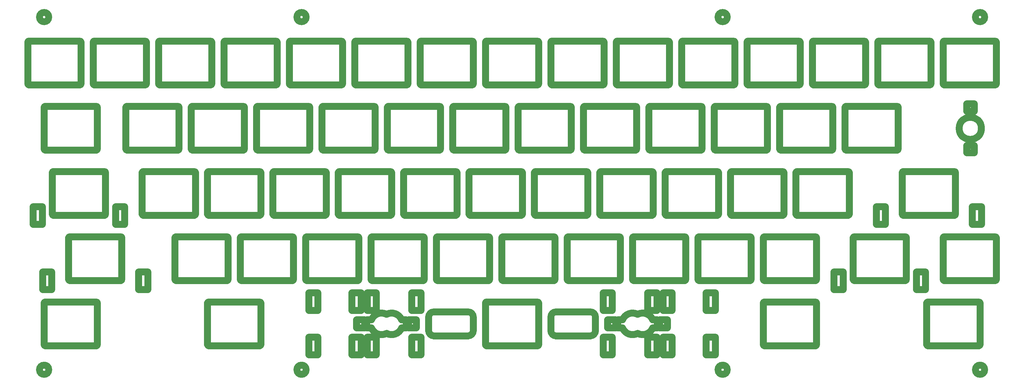
<source format=gbr>
%TF.GenerationSoftware,KiCad,Pcbnew,(5.1.10)-1*%
%TF.CreationDate,2021-06-20T12:47:20+07:00*%
%TF.ProjectId,Ansi,416e7369-2e6b-4696-9361-645f70636258,rev?*%
%TF.SameCoordinates,Original*%
%TF.FileFunction,Soldermask,Top*%
%TF.FilePolarity,Negative*%
%FSLAX46Y46*%
G04 Gerber Fmt 4.6, Leading zero omitted, Abs format (unit mm)*
G04 Created by KiCad (PCBNEW (5.1.10)-1) date 2021-06-20 12:47:20*
%MOMM*%
%LPD*%
G01*
G04 APERTURE LIST*
%ADD10C,2.000000*%
G04 APERTURE END LIST*
D10*
X202425630Y-146139537D02*
G75*
G03*
X202425630Y-146139537I-1350000J0D01*
G01*
X4726280Y-146139537D02*
G75*
G03*
X4726280Y-146139537I-1350000J0D01*
G01*
X79726280Y-146139537D02*
G75*
G03*
X79726280Y-146139537I-1350000J0D01*
G01*
X276478136Y-75640643D02*
G75*
G03*
X276478136Y-75640643I-3238500J0D01*
G01*
X202425630Y-43140207D02*
G75*
G03*
X202425630Y-43140207I-1350000J0D01*
G01*
X277425630Y-43140207D02*
G75*
G03*
X277425630Y-43140207I-1350000J0D01*
G01*
X277425630Y-146139537D02*
G75*
G03*
X277425630Y-146139537I-1350000J0D01*
G01*
X4726280Y-43140207D02*
G75*
G03*
X4726280Y-43140207I-1350000J0D01*
G01*
X79726280Y-43140207D02*
G75*
G03*
X79726280Y-43140207I-1350000J0D01*
G01*
X79588980Y-119790380D02*
X79588980Y-107590380D01*
X79888980Y-120090380D02*
G75*
G02*
X79588980Y-119790380I0J300000D01*
G01*
X94788980Y-120090380D02*
X79888980Y-120090380D01*
X95088979Y-119790381D02*
G75*
G02*
X94788980Y-120090380I-299999J0D01*
G01*
X95088980Y-107590380D02*
X95088980Y-119790380D01*
X94788980Y-107290380D02*
G75*
G02*
X95088980Y-107590380I0J-300000D01*
G01*
X79888980Y-107290380D02*
X94788980Y-107290380D01*
X79588980Y-107590380D02*
G75*
G02*
X79888980Y-107290380I300000J0D01*
G01*
X2855230Y-103725380D02*
X2855230Y-98515380D01*
X185229Y-103725380D02*
X2855230Y-103725380D01*
X185229Y-98515380D02*
X185229Y-103725380D01*
X2855230Y-98515380D02*
X185229Y-98515380D01*
X132276480Y-62940380D02*
G75*
G02*
X131976480Y-62640380I0J300000D01*
G01*
X131976480Y-50440380D02*
X131976480Y-62640380D01*
X131976480Y-50440380D02*
G75*
G02*
X132276480Y-50140380I300000J0D01*
G01*
X147176480Y-50140380D02*
X132276480Y-50140380D01*
X147176480Y-50140380D02*
G75*
G02*
X147476480Y-50440380I0J-300000D01*
G01*
X147476480Y-62640380D02*
X147476480Y-50440380D01*
X147476480Y-62640380D02*
G75*
G02*
X147176480Y-62940380I-300000J0D01*
G01*
X132276480Y-62940380D02*
X147176480Y-62940380D01*
X265626480Y-107290381D02*
X280526480Y-107290380D01*
X265326481Y-107590380D02*
G75*
G02*
X265626480Y-107290381I299999J0D01*
G01*
X265326480Y-119790380D02*
X265326480Y-107590380D01*
X265626480Y-120090380D02*
G75*
G02*
X265326480Y-119790380I0J300000D01*
G01*
X280526480Y-120090380D02*
X265626480Y-120090380D01*
X280826480Y-119790380D02*
G75*
G02*
X280526480Y-120090380I-300000J0D01*
G01*
X280826480Y-107590380D02*
X280826480Y-119790380D01*
X280526479Y-107290381D02*
G75*
G02*
X280826480Y-107590380I1J-300000D01*
G01*
X175751480Y-81990381D02*
X160851480Y-81990380D01*
X176051480Y-81690379D02*
G75*
G02*
X175751480Y-81990381I-300001J-1D01*
G01*
X176051480Y-69490380D02*
X176051480Y-81690380D01*
X175751480Y-69190380D02*
G75*
G02*
X176051480Y-69490380I0J-300000D01*
G01*
X160851480Y-69190380D02*
X175751480Y-69190381D01*
X160551480Y-69490380D02*
G75*
G02*
X160851480Y-69190380I300000J0D01*
G01*
X160551480Y-81690380D02*
X160551480Y-69490380D01*
X160851480Y-81990380D02*
G75*
G02*
X160551480Y-81690380I0J300000D01*
G01*
X74826480Y-62640380D02*
X74826480Y-50440380D01*
X75126480Y-62940380D02*
G75*
G02*
X74826480Y-62640380I0J300000D01*
G01*
X90026480Y-62940380D02*
X75126480Y-62940380D01*
X90326480Y-62640380D02*
G75*
G02*
X90026480Y-62940380I-300000J0D01*
G01*
X90326480Y-50440380D02*
X90326480Y-62640380D01*
X90026480Y-50140380D02*
G75*
G02*
X90326480Y-50440380I0J-300000D01*
G01*
X75126480Y-50140380D02*
X90026480Y-50140380D01*
X74826479Y-50440379D02*
G75*
G02*
X75126480Y-50140380I300000J-1D01*
G01*
X166276180Y-141823731D02*
X168943180Y-141823731D01*
X166276180Y-136616031D02*
X166276180Y-141823731D01*
X168943180Y-136616031D02*
X166276180Y-136616031D01*
X168943180Y-141823731D02*
X168943180Y-136616031D01*
X146563979Y-101040381D02*
G75*
G02*
X146263980Y-100740380I1J300000D01*
G01*
X146263980Y-88540380D02*
X146263980Y-100740380D01*
X146263980Y-88540380D02*
G75*
G02*
X146563980Y-88240380I300000J0D01*
G01*
X161463980Y-88240380D02*
X146563980Y-88240380D01*
X161463978Y-88240380D02*
G75*
G02*
X161763980Y-88540380I1J-300001D01*
G01*
X161763980Y-100740380D02*
X161763980Y-88540380D01*
X161763979Y-100740381D02*
G75*
G02*
X161463980Y-101040380I-299999J0D01*
G01*
X146563980Y-101040380D02*
X161463980Y-101040380D01*
X260863980Y-126340381D02*
X275763980Y-126340380D01*
X260563980Y-126640379D02*
G75*
G02*
X260863980Y-126340381I299999J-1D01*
G01*
X260563980Y-138840380D02*
X260563980Y-126640380D01*
X260863980Y-139140380D02*
G75*
G02*
X260563980Y-138840380I0J300000D01*
G01*
X275763980Y-139140380D02*
X260863980Y-139140380D01*
X276063980Y-138840380D02*
G75*
G02*
X275763980Y-139140380I-300000J0D01*
G01*
X276063980Y-126640380D02*
X276063980Y-138840380D01*
X275763980Y-126340380D02*
G75*
G02*
X276063980Y-126640380I0J-300000D01*
G01*
X151938980Y-107290380D02*
G75*
G02*
X152238980Y-107590380I0J-300000D01*
G01*
X152238980Y-119790380D02*
X152238980Y-107590380D01*
X152238979Y-119790381D02*
G75*
G02*
X151938980Y-120090380I-299999J0D01*
G01*
X137038980Y-120090381D02*
X151938980Y-120090380D01*
X137038980Y-120090381D02*
G75*
G02*
X136738979Y-119790380I0J300001D01*
G01*
X136738980Y-107590380D02*
X136738979Y-119790380D01*
X136738979Y-107590379D02*
G75*
G02*
X137038980Y-107290380I300000J-1D01*
G01*
X151938980Y-107290380D02*
X137038980Y-107290380D01*
X168943180Y-128863731D02*
X168943180Y-123656031D01*
X166276180Y-128863731D02*
X168943180Y-128863731D01*
X166276180Y-123656031D02*
X166276180Y-128863731D01*
X168943180Y-123656031D02*
X166276180Y-123656031D01*
X37026480Y-50140380D02*
X51926480Y-50140380D01*
X36726480Y-50440380D02*
G75*
G02*
X37026480Y-50140380I300000J0D01*
G01*
X36726480Y-62640380D02*
X36726480Y-50440380D01*
X37026480Y-62940380D02*
G75*
G02*
X36726480Y-62640380I0J300000D01*
G01*
X51926480Y-62940380D02*
X37026480Y-62940380D01*
X52226479Y-62640379D02*
G75*
G02*
X51926480Y-62940380I-300000J-1D01*
G01*
X52226479Y-50440380D02*
X52226480Y-62640380D01*
X51926479Y-50140380D02*
G75*
G02*
X52226479Y-50440380I0J-300000D01*
G01*
X41788980Y-107290380D02*
X56688980Y-107290380D01*
X41488980Y-107590380D02*
G75*
G02*
X41788980Y-107290380I300000J0D01*
G01*
X41488980Y-119790380D02*
X41488980Y-107590380D01*
X41788980Y-120090380D02*
G75*
G02*
X41488980Y-119790380I0J300000D01*
G01*
X56688980Y-120090380D02*
X41788980Y-120090380D01*
X56988980Y-119790380D02*
G75*
G02*
X56688980Y-120090380I-300000J0D01*
G01*
X56988980Y-107590380D02*
X56988980Y-119790380D01*
X56688980Y-107290380D02*
G75*
G02*
X56988980Y-107590380I0J-300000D01*
G01*
X56076480Y-50140380D02*
X70976480Y-50140380D01*
X55776480Y-50440380D02*
G75*
G02*
X56076480Y-50140380I300000J0D01*
G01*
X55776479Y-62640380D02*
X55776480Y-50440380D01*
X56076480Y-62940381D02*
G75*
G02*
X55776479Y-62640380I0J300001D01*
G01*
X70976480Y-62940380D02*
X56076480Y-62940380D01*
X71276479Y-62640379D02*
G75*
G02*
X70976480Y-62940380I-300000J-1D01*
G01*
X71276480Y-50440380D02*
X71276480Y-62640380D01*
X70976480Y-50140380D02*
G75*
G02*
X71276480Y-50440380I0J-300000D01*
G01*
X272247438Y-70623984D02*
X274431838Y-70623984D01*
X272247438Y-68490384D02*
X272247438Y-70623984D01*
X274431838Y-68490384D02*
X272247438Y-68490384D01*
X274431838Y-70623984D02*
X274431838Y-68490384D01*
X228438980Y-126640380D02*
X228438980Y-138840380D01*
X228138980Y-126340380D02*
G75*
G02*
X228438980Y-126640380I0J-300000D01*
G01*
X213238980Y-126340381D02*
X228138980Y-126340380D01*
X212938980Y-126640379D02*
G75*
G02*
X213238980Y-126340381I299999J-1D01*
G01*
X212938980Y-138840380D02*
X212938980Y-126640380D01*
X213238980Y-139140380D02*
G75*
G02*
X212938980Y-138840380I0J300000D01*
G01*
X228138980Y-139140380D02*
X213238980Y-139140381D01*
X228438980Y-138840380D02*
G75*
G02*
X228138980Y-139140380I-300000J0D01*
G01*
X27501480Y-81990380D02*
G75*
G02*
X27201480Y-81690380I0J300000D01*
G01*
X27201479Y-69490380D02*
X27201480Y-81690380D01*
X27201479Y-69490379D02*
G75*
G02*
X27501480Y-69190380I300000J-1D01*
G01*
X42401480Y-69190380D02*
X27501480Y-69190380D01*
X42401480Y-69190381D02*
G75*
G02*
X42701479Y-69490380I0J-299999D01*
G01*
X42701479Y-81690380D02*
X42701479Y-69490380D01*
X42701480Y-81690380D02*
G75*
G02*
X42401480Y-81990380I-300000J0D01*
G01*
X27501479Y-81990380D02*
X42401480Y-81990380D01*
X280526480Y-62940381D02*
X265626480Y-62940380D01*
X280826481Y-62640380D02*
G75*
G02*
X280526480Y-62940381I-300001J0D01*
G01*
X280826480Y-50440380D02*
X280826480Y-62640380D01*
X280526478Y-50140380D02*
G75*
G02*
X280826480Y-50440380I1J-300001D01*
G01*
X265626480Y-50140380D02*
X280526480Y-50140380D01*
X265326480Y-50440380D02*
G75*
G02*
X265626480Y-50140380I300000J0D01*
G01*
X265326480Y-62640380D02*
X265326480Y-50440380D01*
X265626479Y-62940381D02*
G75*
G02*
X265326480Y-62640380I1J300000D01*
G01*
X80501480Y-69190381D02*
G75*
G02*
X80801479Y-69490380I0J-299999D01*
G01*
X80801480Y-81690380D02*
X80801479Y-69490380D01*
X80801480Y-81690380D02*
G75*
G02*
X80501480Y-81990380I-300000J0D01*
G01*
X65601480Y-81990380D02*
X80501480Y-81990380D01*
X65601480Y-81990380D02*
G75*
G02*
X65301480Y-81690380I0J300000D01*
G01*
X65301479Y-69490380D02*
X65301480Y-81690380D01*
X65301479Y-69490379D02*
G75*
G02*
X65601480Y-69190380I300000J-1D01*
G01*
X80501480Y-69190380D02*
X65601480Y-69190380D01*
X253420230Y-88540380D02*
G75*
G02*
X253720230Y-88240380I300000J0D01*
G01*
X268620230Y-88240380D02*
X253720230Y-88240380D01*
X268620230Y-88240380D02*
G75*
G02*
X268920230Y-88540380I0J-300000D01*
G01*
X268920230Y-100740380D02*
X268920230Y-88540380D01*
X268920230Y-100740380D02*
G75*
G02*
X268620230Y-101040380I-300000J0D01*
G01*
X253720230Y-101040380D02*
X268620230Y-101040380D01*
X253720230Y-101040380D02*
G75*
G02*
X253420230Y-100740380I0J300000D01*
G01*
X253420230Y-88540380D02*
X253420230Y-100740380D01*
X198951480Y-69190380D02*
X213851480Y-69190380D01*
X198651480Y-69490380D02*
G75*
G02*
X198951480Y-69190380I300000J0D01*
G01*
X198651480Y-81690380D02*
X198651480Y-69490380D01*
X198951480Y-81990380D02*
G75*
G02*
X198651480Y-81690380I0J300000D01*
G01*
X213851480Y-81990380D02*
X198951480Y-81990380D01*
X214151480Y-81690380D02*
G75*
G02*
X213851480Y-81990380I-300000J0D01*
G01*
X214151480Y-69490380D02*
X214151480Y-81690380D01*
X213851480Y-69190380D02*
G75*
G02*
X214151480Y-69490380I0J-300000D01*
G01*
X254332729Y-107290381D02*
G75*
G02*
X254632730Y-107590380I1J-300000D01*
G01*
X254632730Y-119790380D02*
X254632730Y-107590380D01*
X254632731Y-119790380D02*
G75*
G02*
X254332730Y-120090381I-300001J0D01*
G01*
X239432730Y-120090381D02*
X254332730Y-120090381D01*
X239432730Y-120090380D02*
G75*
G02*
X239132730Y-119790380I0J300000D01*
G01*
X239132730Y-107590380D02*
X239132730Y-119790380D01*
X239132730Y-107590380D02*
G75*
G02*
X239432730Y-107290380I300000J0D01*
G01*
X254332730Y-107290380D02*
X239432730Y-107290380D01*
X218913980Y-88540380D02*
X218913980Y-100740380D01*
X218613980Y-88240380D02*
G75*
G02*
X218913980Y-88540380I0J-300000D01*
G01*
X203713980Y-88240380D02*
X218613980Y-88240380D01*
X203413980Y-88540380D02*
G75*
G02*
X203713980Y-88240380I300000J0D01*
G01*
X203413980Y-100740380D02*
X203413980Y-88540380D01*
X203713980Y-101040380D02*
G75*
G02*
X203413980Y-100740380I0J300000D01*
G01*
X218613980Y-101040380D02*
X203713980Y-101040380D01*
X218913980Y-100740380D02*
G75*
G02*
X218613980Y-101040380I-300000J0D01*
G01*
X195101480Y-81690380D02*
G75*
G02*
X194801480Y-81990380I-300000J0D01*
G01*
X179901480Y-81990380D02*
X194801480Y-81990380D01*
X179901480Y-81990380D02*
G75*
G02*
X179601480Y-81690380I0J300000D01*
G01*
X179601480Y-69490380D02*
X179601480Y-81690380D01*
X179601479Y-69490379D02*
G75*
G02*
X179901480Y-69190380I300000J-1D01*
G01*
X194801480Y-69190380D02*
X179901480Y-69190380D01*
X194801480Y-69190380D02*
G75*
G02*
X195101480Y-69490380I0J-300000D01*
G01*
X195101480Y-81690380D02*
X195101480Y-69490380D01*
X151326480Y-62940380D02*
G75*
G02*
X151026480Y-62640380I0J300000D01*
G01*
X151026480Y-50440380D02*
X151026480Y-62640380D01*
X151026480Y-50440380D02*
G75*
G02*
X151326480Y-50140380I300000J0D01*
G01*
X166226480Y-50140380D02*
X151326480Y-50140380D01*
X166226479Y-50140381D02*
G75*
G02*
X166526480Y-50440380I1J-300000D01*
G01*
X166526480Y-62640380D02*
X166526480Y-50440380D01*
X166526480Y-62640380D02*
G75*
G02*
X166226480Y-62940380I-300000J0D01*
G01*
X151326480Y-62940380D02*
X166226480Y-62940380D01*
X5617729Y-117565380D02*
X2947729Y-117565380D01*
X5617729Y-122775380D02*
X5617729Y-117565380D01*
X2947729Y-122775380D02*
X5617729Y-122775380D01*
X2947729Y-117565380D02*
X2947729Y-122775380D01*
X60838980Y-120090380D02*
G75*
G02*
X60538980Y-119790380I0J300000D01*
G01*
X60538980Y-107590380D02*
X60538980Y-119790380D01*
X60538980Y-107590380D02*
G75*
G02*
X60838980Y-107290380I300000J0D01*
G01*
X75738979Y-107290380D02*
X60838980Y-107290380D01*
X75738980Y-107290380D02*
G75*
G02*
X76038980Y-107590380I0J-300000D01*
G01*
X76038979Y-119790380D02*
X76038980Y-107590380D01*
X76038979Y-119790382D02*
G75*
G02*
X75738979Y-120090380I-299999J1D01*
G01*
X60838980Y-120090380D02*
X75738979Y-120090380D01*
X260217730Y-122775380D02*
X260217730Y-117565380D01*
X257547730Y-122775380D02*
X260217730Y-122775380D01*
X257547730Y-117565380D02*
X257547730Y-122775380D01*
X260217730Y-117565380D02*
X257547730Y-117565380D01*
X17976480Y-50140380D02*
X32876480Y-50140380D01*
X17676480Y-50440380D02*
G75*
G02*
X17976480Y-50140380I300000J0D01*
G01*
X17676479Y-62640380D02*
X17676480Y-50440380D01*
X17976480Y-62940381D02*
G75*
G02*
X17676479Y-62640380I0J300001D01*
G01*
X32876480Y-62940380D02*
X17976479Y-62940380D01*
X33176479Y-62640379D02*
G75*
G02*
X32876480Y-62940380I-300000J-1D01*
G01*
X33176480Y-50440380D02*
X33176480Y-62640380D01*
X32876479Y-50140379D02*
G75*
G02*
X33176480Y-50440380I0J-300001D01*
G01*
X21270230Y-88540380D02*
X21270230Y-100740380D01*
X20970230Y-88240380D02*
G75*
G02*
X21270230Y-88540380I0J-300000D01*
G01*
X6070230Y-88240380D02*
X20970230Y-88240380D01*
X5770229Y-88540379D02*
G75*
G02*
X6070230Y-88240380I300000J-1D01*
G01*
X5770230Y-100740380D02*
X5770229Y-88540380D01*
X6070230Y-101040380D02*
G75*
G02*
X5770230Y-100740380I0J300000D01*
G01*
X20970230Y-101040380D02*
X6070230Y-101040380D01*
X21270230Y-100740380D02*
G75*
G02*
X20970230Y-101040380I-300000J0D01*
G01*
X272247438Y-82790902D02*
X274431838Y-82790902D01*
X272247438Y-80657302D02*
X272247438Y-82790902D01*
X274431838Y-80657302D02*
X272247438Y-80657302D01*
X274431838Y-82790902D02*
X274431838Y-80657302D01*
X26855230Y-103725380D02*
X26855230Y-98515380D01*
X24185230Y-103725380D02*
X26855230Y-103725380D01*
X24185230Y-98515380D02*
X24185230Y-103725380D01*
X26855230Y-98515380D02*
X24185230Y-98515380D01*
X13826479Y-50140379D02*
G75*
G02*
X14126480Y-50440380I0J-300001D01*
G01*
X14126480Y-62640380D02*
X14126480Y-50440380D01*
X14126479Y-62640379D02*
G75*
G02*
X13826480Y-62940380I-300000J-1D01*
G01*
X-1073520Y-62940380D02*
X13826480Y-62940380D01*
X-1073520Y-62940381D02*
G75*
G02*
X-1373521Y-62640380I0J300001D01*
G01*
X-1373520Y-50440380D02*
X-1373521Y-62640380D01*
X-1373520Y-50440380D02*
G75*
G02*
X-1073520Y-50140380I300000J0D01*
G01*
X13826480Y-50140380D02*
X-1073520Y-50140380D01*
X70363980Y-88240380D02*
X85263980Y-88240380D01*
X70063980Y-88540380D02*
G75*
G02*
X70363980Y-88240380I300000J0D01*
G01*
X70063980Y-100740380D02*
X70063980Y-88540380D01*
X70363979Y-101040381D02*
G75*
G02*
X70063980Y-100740380I1J300000D01*
G01*
X85263980Y-101040380D02*
X70363980Y-101040380D01*
X85563980Y-100740380D02*
G75*
G02*
X85263980Y-101040380I-300000J0D01*
G01*
X85563980Y-88540380D02*
X85563980Y-100740380D01*
X85263980Y-88240380D02*
G75*
G02*
X85563980Y-88540380I0J-300000D01*
G01*
X3388980Y-81690380D02*
X3388980Y-69490380D01*
X3688980Y-81990380D02*
G75*
G02*
X3388980Y-81690380I0J300000D01*
G01*
X18588980Y-81990380D02*
X3688979Y-81990380D01*
X18888979Y-81690379D02*
G75*
G02*
X18588980Y-81990380I-300000J-1D01*
G01*
X18888980Y-69490380D02*
X18888980Y-81690380D01*
X18588980Y-69190380D02*
G75*
G02*
X18888980Y-69490380I0J-300000D01*
G01*
X3688980Y-69190380D02*
X18588980Y-69190380D01*
X3388979Y-69490379D02*
G75*
G02*
X3688980Y-69190380I300000J-1D01*
G01*
X147176480Y-126340380D02*
G75*
G02*
X147476480Y-126640380I0J-300000D01*
G01*
X147476479Y-138840380D02*
X147476480Y-126640380D01*
X147476479Y-138840379D02*
G75*
G02*
X147176480Y-139140380I-300000J-1D01*
G01*
X132276480Y-139140381D02*
X147176480Y-139140380D01*
X132276480Y-139140380D02*
G75*
G02*
X131976480Y-138840380I0J300000D01*
G01*
X131976480Y-126640380D02*
X131976480Y-138840380D01*
X131976479Y-126640381D02*
G75*
G02*
X132276480Y-126340380I300001J0D01*
G01*
X147176480Y-126340380D02*
X132276480Y-126340380D01*
X66513979Y-100740379D02*
G75*
G02*
X66213980Y-101040380I-300000J-1D01*
G01*
X51313980Y-101040380D02*
X66213980Y-101040380D01*
X51313980Y-101040380D02*
G75*
G02*
X51013980Y-100740380I0J300000D01*
G01*
X51013980Y-88540380D02*
X51013980Y-100740380D01*
X51013980Y-88540380D02*
G75*
G02*
X51313980Y-88240380I300000J0D01*
G01*
X66213979Y-88240380D02*
X51313980Y-88240380D01*
X66213979Y-88240379D02*
G75*
G02*
X66513980Y-88540380I0J-300001D01*
G01*
X66513980Y-100740380D02*
X66513980Y-88540380D01*
X155788980Y-107590380D02*
G75*
G02*
X156088980Y-107290380I300000J0D01*
G01*
X170988980Y-107290380D02*
X156088980Y-107290380D01*
X170988979Y-107290381D02*
G75*
G02*
X171288980Y-107590380I1J-300000D01*
G01*
X171288980Y-119790380D02*
X171288980Y-107590380D01*
X171288979Y-119790381D02*
G75*
G02*
X170988980Y-120090380I-299999J0D01*
G01*
X156088980Y-120090381D02*
X170988980Y-120090380D01*
X156088979Y-120090381D02*
G75*
G02*
X155788980Y-119790380I1J300000D01*
G01*
X155788979Y-107590380D02*
X155788980Y-119790380D01*
X112926479Y-50440380D02*
G75*
G02*
X113226479Y-50140380I300000J0D01*
G01*
X128126480Y-50140380D02*
X113226479Y-50140380D01*
X128126479Y-50140379D02*
G75*
G02*
X128426480Y-50440380I0J-300001D01*
G01*
X128426480Y-62640380D02*
X128426480Y-50440380D01*
X128426479Y-62640379D02*
G75*
G02*
X128126480Y-62940380I-300000J-1D01*
G01*
X113226479Y-62940380D02*
X128126480Y-62940380D01*
X113226478Y-62940380D02*
G75*
G02*
X112926480Y-62640380I1J299999D01*
G01*
X112926480Y-50440380D02*
X112926480Y-62640380D01*
X233201480Y-81690380D02*
G75*
G02*
X232901480Y-81990380I-300000J0D01*
G01*
X218001480Y-81990380D02*
X232901480Y-81990380D01*
X218001480Y-81990380D02*
G75*
G02*
X217701480Y-81690380I0J300000D01*
G01*
X217701480Y-69490380D02*
X217701480Y-81690380D01*
X217701480Y-69490380D02*
G75*
G02*
X218001480Y-69190380I300000J0D01*
G01*
X232901480Y-69190380D02*
X218001480Y-69190380D01*
X232901480Y-69190380D02*
G75*
G02*
X233201480Y-69490380I0J-300000D01*
G01*
X233201480Y-81690380D02*
X233201480Y-69490380D01*
X137951479Y-81690381D02*
G75*
G02*
X137651480Y-81990380I-299999J0D01*
G01*
X122751480Y-81990380D02*
X137651480Y-81990380D01*
X122751480Y-81990380D02*
G75*
G02*
X122451480Y-81690380I0J300000D01*
G01*
X122451480Y-69490380D02*
X122451480Y-81690380D01*
X122451480Y-69490380D02*
G75*
G02*
X122751480Y-69190380I300000J0D01*
G01*
X137651480Y-69190381D02*
X122751480Y-69190380D01*
X137651480Y-69190380D02*
G75*
G02*
X137951480Y-69490380I0J-300000D01*
G01*
X137951480Y-81690380D02*
X137951480Y-69490380D01*
X252251480Y-69490380D02*
X252251480Y-81690380D01*
X251951480Y-69190380D02*
G75*
G02*
X252251480Y-69490380I0J-300000D01*
G01*
X237051480Y-69190380D02*
X251951480Y-69190380D01*
X236751479Y-69490379D02*
G75*
G02*
X237051480Y-69190380I300000J-1D01*
G01*
X236751480Y-81690380D02*
X236751479Y-69490380D01*
X237051480Y-81990380D02*
G75*
G02*
X236751480Y-81690380I0J300000D01*
G01*
X251951480Y-81990380D02*
X237051480Y-81990380D01*
X252251480Y-81690380D02*
G75*
G02*
X251951480Y-81990380I-300000J0D01*
G01*
X66213978Y-126340380D02*
G75*
G02*
X66513980Y-126640380I1J-300001D01*
G01*
X66513980Y-138840380D02*
X66513980Y-126640380D01*
X66513980Y-138840380D02*
G75*
G02*
X66213980Y-139140380I-300000J0D01*
G01*
X51313980Y-139140381D02*
X66213980Y-139140380D01*
X51313979Y-139140381D02*
G75*
G02*
X51013980Y-138840380I1J300000D01*
G01*
X51013980Y-126640380D02*
X51013980Y-138840380D01*
X51013980Y-126640380D02*
G75*
G02*
X51313980Y-126340380I300000J0D01*
G01*
X66213979Y-126340380D02*
X51313980Y-126340380D01*
X222763980Y-101040380D02*
G75*
G02*
X222463980Y-100740380I0J300000D01*
G01*
X222463980Y-88540380D02*
X222463980Y-100740380D01*
X222463980Y-88540380D02*
G75*
G02*
X222763980Y-88240380I300000J0D01*
G01*
X237663980Y-88240380D02*
X222763980Y-88240380D01*
X237663979Y-88240379D02*
G75*
G02*
X237963980Y-88540380I0J-300001D01*
G01*
X237963980Y-100740380D02*
X237963980Y-88540380D01*
X237963979Y-100740381D02*
G75*
G02*
X237663980Y-101040380I-299999J0D01*
G01*
X222763980Y-101040380D02*
X237663980Y-101040380D01*
X61751480Y-81690380D02*
G75*
G02*
X61451480Y-81990380I-300000J0D01*
G01*
X46551480Y-81990380D02*
X61451480Y-81990380D01*
X46551480Y-81990380D02*
G75*
G02*
X46251480Y-81690380I0J300000D01*
G01*
X46251479Y-69490380D02*
X46251480Y-81690380D01*
X46251479Y-69490379D02*
G75*
G02*
X46551480Y-69190380I300000J-1D01*
G01*
X61451480Y-69190380D02*
X46551480Y-69190380D01*
X61451480Y-69190380D02*
G75*
G02*
X61751480Y-69490380I0J-300000D01*
G01*
X61751480Y-81690380D02*
X61751480Y-69490380D01*
X233547730Y-122775380D02*
X236217730Y-122775380D01*
X233547730Y-117565380D02*
X233547730Y-122775380D01*
X236217730Y-117565380D02*
X233547730Y-117565380D01*
X236217730Y-122775380D02*
X236217730Y-117565380D01*
X245835230Y-98515380D02*
X245835230Y-103725380D01*
X248505230Y-98515380D02*
X245835230Y-98515380D01*
X248505230Y-103725380D02*
X248505230Y-98515380D01*
X245835230Y-103725380D02*
X248505230Y-103725380D01*
X98638980Y-119790380D02*
X98638980Y-107590380D01*
X98938980Y-120090380D02*
G75*
G02*
X98638980Y-119790380I0J300000D01*
G01*
X113838980Y-120090380D02*
X98938980Y-120090381D01*
X114138979Y-119790381D02*
G75*
G02*
X113838980Y-120090380I-299999J0D01*
G01*
X114138980Y-107590380D02*
X114138980Y-119790380D01*
X113838980Y-107290380D02*
G75*
G02*
X114138980Y-107590380I0J-300000D01*
G01*
X98938980Y-107290380D02*
X113838980Y-107290381D01*
X98638980Y-107590380D02*
G75*
G02*
X98938980Y-107290380I300000J0D01*
G01*
X117688980Y-107590380D02*
G75*
G02*
X117988980Y-107290380I300000J0D01*
G01*
X132888980Y-107290380D02*
X117988980Y-107290380D01*
X132888979Y-107290381D02*
G75*
G02*
X133188980Y-107590380I1J-300000D01*
G01*
X133188979Y-119790380D02*
X133188980Y-107590380D01*
X133188979Y-119790381D02*
G75*
G02*
X132888980Y-120090380I-299999J0D01*
G01*
X117988980Y-120090380D02*
X132888980Y-120090380D01*
X117988980Y-120090380D02*
G75*
G02*
X117688980Y-119790380I0J300000D01*
G01*
X117688980Y-107590380D02*
X117688980Y-119790380D01*
X104313980Y-88240380D02*
G75*
G02*
X104613980Y-88540380I0J-300000D01*
G01*
X104613980Y-100740380D02*
X104613980Y-88540380D01*
X104613980Y-100740380D02*
G75*
G02*
X104313980Y-101040380I-300000J0D01*
G01*
X89413980Y-101040380D02*
X104313980Y-101040380D01*
X89413980Y-101040380D02*
G75*
G02*
X89113980Y-100740380I0J300000D01*
G01*
X89113980Y-88540380D02*
X89113980Y-100740380D01*
X89113980Y-88540380D02*
G75*
G02*
X89413980Y-88240380I300000J0D01*
G01*
X104313979Y-88240380D02*
X89413980Y-88240380D01*
X33617730Y-117565380D02*
X30947730Y-117565380D01*
X33617730Y-122775380D02*
X33617730Y-117565380D01*
X30947730Y-122775380D02*
X33617730Y-122775380D01*
X30947730Y-117565380D02*
X30947730Y-122775380D01*
X47463980Y-100740380D02*
G75*
G02*
X47163980Y-101040380I-300000J0D01*
G01*
X32263980Y-101040380D02*
X47163980Y-101040380D01*
X32263980Y-101040380D02*
G75*
G02*
X31963980Y-100740380I0J300000D01*
G01*
X31963980Y-88540380D02*
X31963980Y-100740380D01*
X31963980Y-88540380D02*
G75*
G02*
X32263980Y-88240380I300000J0D01*
G01*
X47163980Y-88240380D02*
X32263980Y-88240380D01*
X47163980Y-88240381D02*
G75*
G02*
X47463979Y-88540380I0J-299999D01*
G01*
X47463979Y-100740380D02*
X47463979Y-88540380D01*
X261776479Y-62640381D02*
G75*
G02*
X261476480Y-62940380I-299999J0D01*
G01*
X246576480Y-62940380D02*
X261476480Y-62940380D01*
X246576480Y-62940380D02*
G75*
G02*
X246276480Y-62640380I0J300000D01*
G01*
X246276480Y-50440380D02*
X246276480Y-62640380D01*
X246276480Y-50440380D02*
G75*
G02*
X246576480Y-50140380I300000J0D01*
G01*
X261476480Y-50140380D02*
X246576480Y-50140380D01*
X261476479Y-50140379D02*
G75*
G02*
X261776480Y-50440380I0J-300001D01*
G01*
X261776480Y-62640380D02*
X261776480Y-50440380D01*
X273835230Y-98515380D02*
X273835230Y-103725380D01*
X276505230Y-98515380D02*
X273835230Y-98515380D01*
X276505230Y-103725380D02*
X276505230Y-98515380D01*
X273835230Y-103725380D02*
X276505230Y-103725380D01*
X10832729Y-120090381D02*
G75*
G02*
X10532730Y-119790380I1J300000D01*
G01*
X10532729Y-107590380D02*
X10532730Y-119790380D01*
X10532729Y-107590379D02*
G75*
G02*
X10832730Y-107290380I300000J-1D01*
G01*
X25732730Y-107290380D02*
X10832730Y-107290380D01*
X25732730Y-107290380D02*
G75*
G02*
X26032730Y-107590380I0J-300000D01*
G01*
X26032729Y-119790380D02*
X26032730Y-107590380D01*
X26032729Y-119790381D02*
G75*
G02*
X25732730Y-120090380I-299999J0D01*
G01*
X10832729Y-120090380D02*
X25732730Y-120090380D01*
X165613980Y-101040380D02*
G75*
G02*
X165313980Y-100740380I0J300000D01*
G01*
X165313980Y-88540380D02*
X165313980Y-100740380D01*
X165313980Y-88540380D02*
G75*
G02*
X165613980Y-88240380I300000J0D01*
G01*
X180513980Y-88240380D02*
X165613980Y-88240380D01*
X180513980Y-88240380D02*
G75*
G02*
X180813980Y-88540380I0J-300000D01*
G01*
X180813980Y-100740380D02*
X180813980Y-88540380D01*
X180813980Y-100740380D02*
G75*
G02*
X180513980Y-101040380I-300000J0D01*
G01*
X165613980Y-101040380D02*
X180513980Y-101040380D01*
X228138980Y-120090380D02*
X213238980Y-120090381D01*
X228438980Y-119790380D02*
G75*
G02*
X228138980Y-120090380I-300000J0D01*
G01*
X228438980Y-107590380D02*
X228438980Y-119790380D01*
X228138979Y-107290381D02*
G75*
G02*
X228438980Y-107590380I1J-300000D01*
G01*
X213238980Y-107290380D02*
X228138980Y-107290380D01*
X212938979Y-107590379D02*
G75*
G02*
X213238980Y-107290380I300000J-1D01*
G01*
X212938980Y-119790380D02*
X212938980Y-107590380D01*
X213238980Y-120090380D02*
G75*
G02*
X212938980Y-119790380I0J300000D01*
G01*
X204626479Y-62640381D02*
G75*
G02*
X204326480Y-62940380I-299999J0D01*
G01*
X189426480Y-62940381D02*
X204326480Y-62940380D01*
X189426480Y-62940380D02*
G75*
G02*
X189126480Y-62640380I0J300000D01*
G01*
X189126480Y-50440380D02*
X189126480Y-62640380D01*
X189126479Y-50440381D02*
G75*
G02*
X189426480Y-50140380I300001J0D01*
G01*
X204326480Y-50140380D02*
X189426480Y-50140380D01*
X204326480Y-50140380D02*
G75*
G02*
X204626480Y-50440380I0J-300000D01*
G01*
X204626480Y-62640380D02*
X204626480Y-50440380D01*
X209088980Y-120090380D02*
X194188980Y-120090380D01*
X209388979Y-119790381D02*
G75*
G02*
X209088980Y-120090380I-299999J0D01*
G01*
X209388980Y-107590380D02*
X209388980Y-119790380D01*
X209088980Y-107290380D02*
G75*
G02*
X209388980Y-107590380I0J-300000D01*
G01*
X194188980Y-107290380D02*
X209088980Y-107290381D01*
X193888980Y-107590380D02*
G75*
G02*
X194188980Y-107290380I300000J0D01*
G01*
X193888980Y-119790380D02*
X193888980Y-107590380D01*
X194188980Y-120090380D02*
G75*
G02*
X193888980Y-119790380I0J300000D01*
G01*
X185276479Y-50140381D02*
G75*
G02*
X185576480Y-50440380I1J-300000D01*
G01*
X185576480Y-62640380D02*
X185576480Y-50440380D01*
X185576480Y-62640380D02*
G75*
G02*
X185276480Y-62940380I-300000J0D01*
G01*
X170376480Y-62940380D02*
X185276480Y-62940380D01*
X170376479Y-62940381D02*
G75*
G02*
X170076480Y-62640380I1J300000D01*
G01*
X170076480Y-50440380D02*
X170076480Y-62640380D01*
X170076480Y-50440380D02*
G75*
G02*
X170376480Y-50140380I300000J0D01*
G01*
X185276480Y-50140380D02*
X170376480Y-50140380D01*
X208476480Y-50140380D02*
X223376480Y-50140381D01*
X208176479Y-50440381D02*
G75*
G02*
X208476480Y-50140380I300001J0D01*
G01*
X208176480Y-62640380D02*
X208176480Y-50440380D01*
X208476479Y-62940381D02*
G75*
G02*
X208176480Y-62640380I1J300000D01*
G01*
X223376480Y-62940380D02*
X208476480Y-62940380D01*
X223676480Y-62640380D02*
G75*
G02*
X223376480Y-62940380I-300000J0D01*
G01*
X223676480Y-50440380D02*
X223676480Y-62640380D01*
X223376480Y-50140380D02*
G75*
G02*
X223676480Y-50440380I0J-300000D01*
G01*
X141501480Y-69490380D02*
G75*
G02*
X141801480Y-69190380I300000J0D01*
G01*
X156701480Y-69190380D02*
X141801480Y-69190380D01*
X156701480Y-69190380D02*
G75*
G02*
X157001480Y-69490380I0J-300000D01*
G01*
X157001480Y-81690380D02*
X157001480Y-69490380D01*
X157001480Y-81690380D02*
G75*
G02*
X156701480Y-81990380I-300000J0D01*
G01*
X141801480Y-81990380D02*
X156701480Y-81990380D01*
X141801480Y-81990380D02*
G75*
G02*
X141501480Y-81690380I0J300000D01*
G01*
X141501480Y-69490380D02*
X141501480Y-81690380D01*
X142713980Y-100740380D02*
G75*
G02*
X142413980Y-101040380I-300000J0D01*
G01*
X127513980Y-101040380D02*
X142413980Y-101040380D01*
X127513980Y-101040380D02*
G75*
G02*
X127213980Y-100740380I0J300000D01*
G01*
X127213980Y-88540380D02*
X127213980Y-100740380D01*
X127213980Y-88540380D02*
G75*
G02*
X127513980Y-88240380I300000J0D01*
G01*
X142413980Y-88240380D02*
X127513980Y-88240380D01*
X142413980Y-88240380D02*
G75*
G02*
X142713980Y-88540380I0J-300000D01*
G01*
X142713980Y-100740380D02*
X142713980Y-88540380D01*
X174838980Y-119790380D02*
X174838980Y-107590380D01*
X175138980Y-120090380D02*
G75*
G02*
X174838980Y-119790380I0J300000D01*
G01*
X190038980Y-120090381D02*
X175138980Y-120090380D01*
X190338981Y-119790380D02*
G75*
G02*
X190038980Y-120090381I-300001J0D01*
G01*
X190338980Y-107590380D02*
X190338980Y-119790380D01*
X190038978Y-107290380D02*
G75*
G02*
X190338980Y-107590380I1J-300001D01*
G01*
X175138980Y-107290380D02*
X190038980Y-107290380D01*
X174838980Y-107590380D02*
G75*
G02*
X175138980Y-107290380I300000J0D01*
G01*
X227226480Y-62640380D02*
X227226480Y-50440380D01*
X227526479Y-62940381D02*
G75*
G02*
X227226480Y-62640380I1J300000D01*
G01*
X242426480Y-62940381D02*
X227526480Y-62940380D01*
X242726480Y-62640379D02*
G75*
G02*
X242426480Y-62940381I-300001J-1D01*
G01*
X242726480Y-50440380D02*
X242726480Y-62640380D01*
X242426478Y-50140380D02*
G75*
G02*
X242726480Y-50440380I1J-300001D01*
G01*
X227526480Y-50140380D02*
X242426479Y-50140380D01*
X227226479Y-50440381D02*
G75*
G02*
X227526480Y-50140380I300001J0D01*
G01*
X184663980Y-88240380D02*
X199563980Y-88240381D01*
X184363980Y-88540380D02*
G75*
G02*
X184663980Y-88240380I300000J0D01*
G01*
X184363980Y-100740380D02*
X184363980Y-88540380D01*
X184663979Y-101040381D02*
G75*
G02*
X184363980Y-100740380I1J300000D01*
G01*
X199563980Y-101040380D02*
X184663980Y-101040380D01*
X199863980Y-100740380D02*
G75*
G02*
X199563980Y-101040380I-300000J0D01*
G01*
X199863979Y-88540380D02*
X199863980Y-100740380D01*
X199563980Y-88240381D02*
G75*
G02*
X199863979Y-88540380I0J-299999D01*
G01*
X3388980Y-126640380D02*
G75*
G02*
X3688980Y-126340380I300000J0D01*
G01*
X18588980Y-126340380D02*
X3688980Y-126340380D01*
X18588979Y-126340379D02*
G75*
G02*
X18888980Y-126640380I0J-300001D01*
G01*
X18888980Y-138840380D02*
X18888980Y-126640380D01*
X18888980Y-138840380D02*
G75*
G02*
X18588980Y-139140380I-300000J0D01*
G01*
X3688979Y-139140380D02*
X18588980Y-139140380D01*
X3688980Y-139140380D02*
G75*
G02*
X3388980Y-138840380I0J300000D01*
G01*
X3388980Y-126640380D02*
X3388980Y-138840380D01*
X108163980Y-88540380D02*
G75*
G02*
X108463980Y-88240380I300000J0D01*
G01*
X123363980Y-88240380D02*
X108463980Y-88240380D01*
X123363980Y-88240380D02*
G75*
G02*
X123663980Y-88540380I0J-300000D01*
G01*
X123663980Y-100740380D02*
X123663980Y-88540380D01*
X123663979Y-100740379D02*
G75*
G02*
X123363980Y-101040380I-300000J-1D01*
G01*
X108463980Y-101040380D02*
X123363980Y-101040380D01*
X108463980Y-101040380D02*
G75*
G02*
X108163980Y-100740380I0J300000D01*
G01*
X108163980Y-88540380D02*
X108163980Y-100740380D01*
X93876480Y-50440380D02*
G75*
G02*
X94176480Y-50140380I300000J0D01*
G01*
X109076479Y-50140380D02*
X94176480Y-50140380D01*
X109076479Y-50140379D02*
G75*
G02*
X109376480Y-50440380I0J-300001D01*
G01*
X109376480Y-62640380D02*
X109376480Y-50440380D01*
X109376479Y-62640381D02*
G75*
G02*
X109076480Y-62940380I-299999J0D01*
G01*
X94176480Y-62940380D02*
X109076480Y-62940380D01*
X94176480Y-62940380D02*
G75*
G02*
X93876480Y-62640380I0J300000D01*
G01*
X93876480Y-50440380D02*
X93876480Y-62640380D01*
X103401480Y-81690380D02*
X103401480Y-69490380D01*
X103701480Y-81990380D02*
G75*
G02*
X103401480Y-81690380I0J300000D01*
G01*
X118601479Y-81990380D02*
X103701480Y-81990380D01*
X118901479Y-81690380D02*
G75*
G02*
X118601479Y-81990380I-300000J0D01*
G01*
X118901480Y-69490380D02*
X118901480Y-81690380D01*
X118601480Y-69190380D02*
G75*
G02*
X118901480Y-69490380I0J-300000D01*
G01*
X103701480Y-69190380D02*
X118601479Y-69190380D01*
X103401480Y-69490380D02*
G75*
G02*
X103701480Y-69190380I300000J0D01*
G01*
X99851479Y-69490380D02*
X99851480Y-81690380D01*
X99551480Y-69190381D02*
G75*
G02*
X99851479Y-69490380I0J-299999D01*
G01*
X84651479Y-69190380D02*
X99551480Y-69190380D01*
X84351479Y-69490380D02*
G75*
G02*
X84651479Y-69190380I300000J0D01*
G01*
X84351479Y-81690380D02*
X84351479Y-69490380D01*
X84651479Y-81990380D02*
G75*
G02*
X84351479Y-81690380I0J300000D01*
G01*
X99551480Y-81990380D02*
X84651479Y-81990380D01*
X99851480Y-81690380D02*
G75*
G02*
X99551480Y-81990380I-300000J0D01*
G01*
X151026180Y-134739880D02*
X151026180Y-130739881D01*
X152526180Y-136239880D02*
G75*
G02*
X151026180Y-134739880I0J1500000D01*
G01*
X162526180Y-136239880D02*
X152526180Y-136239880D01*
X164026179Y-134739881D02*
G75*
G02*
X162526180Y-136239880I-1499999J0D01*
G01*
X164026180Y-130739881D02*
X164026180Y-134739880D01*
X162526180Y-129239881D02*
G75*
G02*
X164026180Y-130739881I0J-1500000D01*
G01*
X152526180Y-129239881D02*
X162526180Y-129239881D01*
X151026180Y-130739881D02*
G75*
G02*
X152526180Y-129239881I1500000J0D01*
G01*
X95759680Y-141822581D02*
X95759680Y-136614881D01*
X93092680Y-141822581D02*
X95759680Y-141822581D01*
X93092680Y-136614881D02*
X93092680Y-141822581D01*
X95759680Y-136614881D02*
X93092680Y-136614881D01*
X182676180Y-131564880D02*
X182676180Y-133914880D01*
X185026180Y-131564880D02*
X182676180Y-131564880D01*
X185026180Y-133914880D02*
X185026180Y-131564880D01*
X182676180Y-133914880D02*
X185026180Y-133914880D01*
X97509179Y-141823731D02*
X100176179Y-141823731D01*
X97509179Y-136616031D02*
X97509179Y-141823731D01*
X100176179Y-136616031D02*
X97509179Y-136616031D01*
X100176179Y-141823731D02*
X100176179Y-136616031D01*
X100176179Y-128863731D02*
X100176179Y-123656031D01*
X97509179Y-128863731D02*
X100176179Y-128863731D01*
X97509179Y-123656031D02*
X97509179Y-128863731D01*
X100176179Y-123656031D02*
X97509179Y-123656031D01*
X167576180Y-131564880D02*
X167576180Y-133914880D01*
X169926180Y-131564880D02*
X167576180Y-131564880D01*
X169926180Y-133914880D02*
X169926180Y-131564880D01*
X167576180Y-133914880D02*
X169926180Y-133914880D01*
X113176180Y-136616031D02*
X110509180Y-136616031D01*
X113176180Y-141823731D02*
X113176180Y-136616031D01*
X110509180Y-141823731D02*
X113176180Y-141823731D01*
X110509180Y-136616031D02*
X110509180Y-141823731D01*
X181943180Y-141823731D02*
X181943180Y-136616031D01*
X179276180Y-141823731D02*
X181943180Y-141823731D01*
X179276180Y-136616031D02*
X179276180Y-141823731D01*
X181943180Y-136616031D02*
X179276180Y-136616031D01*
X196276180Y-141823731D02*
X198943180Y-141823731D01*
X196276180Y-136616031D02*
X196276180Y-141823731D01*
X198943180Y-136616031D02*
X196276180Y-136616031D01*
X198943180Y-141823731D02*
X198943180Y-136616031D01*
X179276180Y-128863731D02*
X181943180Y-128863731D01*
X179276180Y-123656031D02*
X179276180Y-128863731D01*
X181943180Y-123656031D02*
X179276180Y-123656031D01*
X181943180Y-128863731D02*
X181943180Y-123656031D01*
X128426179Y-134739882D02*
G75*
G02*
X126926179Y-136239880I-1499999J1D01*
G01*
X116926180Y-136239880D02*
X126926179Y-136239880D01*
X116926179Y-136239881D02*
G75*
G02*
X115426180Y-134739880I1J1500000D01*
G01*
X115426179Y-130739880D02*
X115426180Y-134739880D01*
X115426179Y-130739881D02*
G75*
G02*
X116926180Y-129239880I1500001J0D01*
G01*
X126926179Y-129239880D02*
X116926180Y-129239880D01*
X126926179Y-129239880D02*
G75*
G02*
X128426180Y-130739881I0J-1500001D01*
G01*
X128426180Y-134739880D02*
X128426180Y-130739881D01*
X196276180Y-123656031D02*
X196276180Y-128863731D01*
X198943180Y-123656031D02*
X196276180Y-123656031D01*
X198943180Y-128863731D02*
X198943180Y-123656031D01*
X196276180Y-128863731D02*
X198943180Y-128863731D01*
X109526179Y-131564880D02*
X109526179Y-133914880D01*
X111876179Y-131564880D02*
X109526179Y-131564880D01*
X111876179Y-133914880D02*
X111876179Y-131564880D01*
X109526179Y-133914880D02*
X111876179Y-133914880D01*
X110509180Y-128863731D02*
X113176180Y-128863731D01*
X110509180Y-123656031D02*
X110509180Y-128863731D01*
X113176180Y-123656031D02*
X110509180Y-123656031D01*
X113176180Y-128863731D02*
X113176180Y-123656031D01*
X83176180Y-123656031D02*
X80509180Y-123656031D01*
X83176180Y-128863731D02*
X83176180Y-123656031D01*
X80509180Y-128863731D02*
X83176180Y-128863731D01*
X80509180Y-123656031D02*
X80509180Y-128863731D01*
X171903531Y-131564880D02*
X170526180Y-131564880D01*
X171903532Y-131564880D02*
G75*
G02*
X176301180Y-129956560I2922648J-1175000D01*
G01*
X176301181Y-129956560D02*
G75*
G02*
X180698828Y-131564881I1474999J-2783320D01*
G01*
X182076180Y-131564880D02*
X180698828Y-131564881D01*
X182076180Y-133914880D02*
X182076180Y-131564880D01*
X180698828Y-133914880D02*
X182076180Y-133914880D01*
X180698829Y-133914880D02*
G75*
G02*
X176301180Y-135523201I-2922649J1175000D01*
G01*
X176301181Y-135523201D02*
G75*
G02*
X171903531Y-133914881I-1475001J2783321D01*
G01*
X170526180Y-133914880D02*
X171903531Y-133914881D01*
X170526180Y-131564880D02*
X170526180Y-133914880D01*
X107548828Y-133914879D02*
G75*
G02*
X103151180Y-135523201I-2922649J1174999D01*
G01*
X103151180Y-135523201D02*
G75*
G02*
X98753531Y-133914880I-1475000J2783321D01*
G01*
X97376179Y-133914880D02*
X98753531Y-133914880D01*
X97376179Y-131564880D02*
X97376179Y-133914880D01*
X98753531Y-131564880D02*
X97376179Y-131564880D01*
X98753532Y-131564880D02*
G75*
G02*
X103151180Y-129956560I2922648J-1175000D01*
G01*
X103151180Y-129956560D02*
G75*
G02*
X107548828Y-131564880I1475000J-2783320D01*
G01*
X108926180Y-131564880D02*
X107548828Y-131564880D01*
X108926180Y-133914880D02*
X108926180Y-131564880D01*
X107548828Y-133914880D02*
X108926180Y-133914880D01*
X80509180Y-141823731D02*
X83176180Y-141823731D01*
X80509180Y-136616031D02*
X80509180Y-141823731D01*
X83176180Y-136616031D02*
X80509180Y-136616031D01*
X83176180Y-141823731D02*
X83176180Y-136616031D01*
X95759680Y-128862581D02*
X95759680Y-123654881D01*
X93092680Y-128862581D02*
X95759680Y-128862581D01*
X93092680Y-123654881D02*
X93092680Y-128862581D01*
X95759680Y-123654881D02*
X93092680Y-123654881D01*
X96776179Y-131564880D02*
X94426180Y-131564880D01*
X96776179Y-133914880D02*
X96776179Y-131564880D01*
X94426180Y-133914880D02*
X96776179Y-133914880D01*
X94426180Y-131564880D02*
X94426180Y-133914880D01*
X186359680Y-123654881D02*
X183692680Y-123654881D01*
X186359680Y-128862581D02*
X186359680Y-123654881D01*
X183692680Y-128862581D02*
X186359680Y-128862581D01*
X183692680Y-123654881D02*
X183692680Y-128862581D01*
X186359680Y-136614881D02*
X183692680Y-136614881D01*
X186359680Y-141822581D02*
X186359680Y-136614881D01*
X183692680Y-141822581D02*
X186359680Y-141822581D01*
X183692680Y-136614881D02*
X183692680Y-141822581D01*
M02*

</source>
